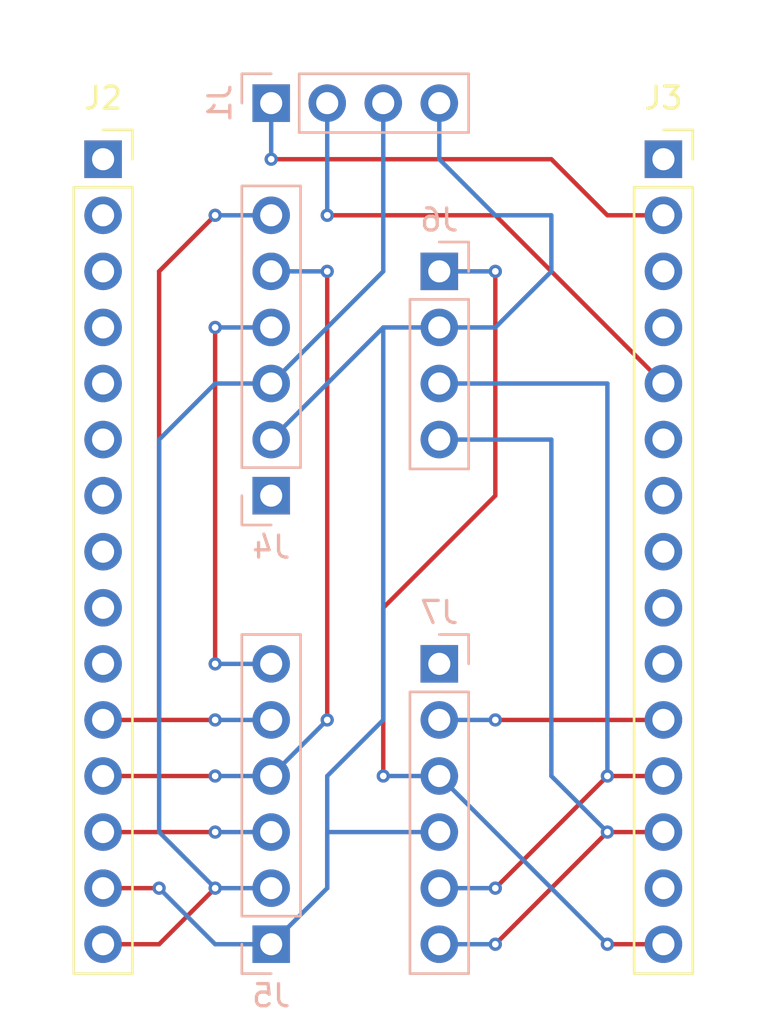
<source format=kicad_pcb>
(kicad_pcb (version 20240108) (generator "pcbnew") (generator_version "8.0")
  (layers (0 "F.Cu" signal) (31 "B.Cu" signal) (34 "B.Paste" user) (35 "F.Paste" user) (36 "B.SilkS" user "B.Silkscreen") (37 "F.SilkS" user "F.Silkscreen") (38 "B.Mask" user) (39 "F.Mask" user) (44 "Edge.Cuts" user))
  (net 0 "")
  (net 1 "/GPIO26{slash}A9")
  (net 2 "/GPIO12")
  (net 3 "/GPIO35{slash}A7")
  (net 4 "/GPIO13")
  (net 5 "/EN")
  (net 6 "/GPIO27")
  (net 7 "/GPIO39{slash}VN")
  (net 8 "GND")
  (net 9 "/GPIO36{slash}VP")
  (net 10 "/GPIO34{slash}A6")
  (net 11 "/GPIO25{slash}A8")
  (net 12 "/GPIO33{slash}A5")
  (net 13 "VCC")
  (net 14 "/GPIO32{slash}A4")
  (net 15 "/GPIO14")
  (net 16 "/GPIO23")
  (net 17 "/GPIO19")
  (net 18 "/GPIO17{slash}TX2")
  (net 19 "/GPIO18")
  (net 20 "/GPIO16{slash}RX2")
  (net 21 "/GPIO5")
  (net 22 "/GPIO1{slash}TX0")
  (net 23 "/GPIO21")
  (net 24 "+3.3V")
  (net 25 "/GPIO22")
  (net 26 "/GPIO3{slash}RX0")
  (net 27 "/BUTTON_CLOCK")
  (net 28 "/BUTTON_DATA_OUT")
  (net 31 "/LED_DATA_OUT")
  (net 32 "/BUTTON_LOAD")
  (footprint "Connector_PinSocket_2.54mm:PinSocket_1x15_P2.54mm_Vertical" (layer "F.Cu") (at 76.2 40.64)
    (property "Reference" "J3" (at 0 -2.77 0) (layer "F.SilkS"))
    (property "Value" "Conn_01x15")
    (fp_line (start -1.33 1.27) (end -1.33 36.89) (stroke (width 0.12)) (layer "F.SilkS"))
    (fp_line (start -1.33 1.27) (end 1.33 1.27) (stroke (width 0.12)) (layer "F.SilkS"))
    (fp_line (start -1.33 36.89) (end 1.33 36.89) (stroke (width 0.12)) (layer "F.SilkS"))
    (fp_line (start 0 -1.33) (end 1.33 -1.33) (stroke (width 0.12)) (layer "F.SilkS"))
    (fp_line (start 1.33 -1.33) (end 1.33 0) (stroke (width 0.12)) (layer "F.SilkS"))
    (fp_line (start 1.33 1.27) (end 1.33 36.89) (stroke (width 0.12)) (layer "F.SilkS"))
    (pad "1" thru_hole rect (at 0 0) (size 1.7 1.7) (drill 1) (layers "*.Cu" "*.Mask") (net 16 "/GPIO23"))
    (pad "2" thru_hole oval (at 0 2.54) (size 1.7 1.7) (drill 1) (layers "*.Cu" "*.Mask") (net 25 "/GPIO22"))
    (pad "3" thru_hole oval (at 0 5.08) (size 1.7 1.7) (drill 1) (layers "*.Cu" "*.Mask") (net 22 "/GPIO1{slash}TX0"))
    (pad "4" thru_hole oval (at 0 7.62) (size 1.7 1.7) (drill 1) (layers "*.Cu" "*.Mask") (net 26 "/GPIO3{slash}RX0"))
    (pad "5" thru_hole oval (at 0 10.16) (size 1.7 1.7) (drill 1) (layers "*.Cu" "*.Mask") (net 23 "/GPIO21"))
    (pad "6" thru_hole oval (at 0 12.7) (size 1.7 1.7) (drill 1) (layers "*.Cu" "*.Mask") (net 17 "/GPIO19"))
    (pad "7" thru_hole oval (at 0 15.24) (size 1.7 1.7) (drill 1) (layers "*.Cu" "*.Mask") (net 19 "/GPIO18"))
    (pad "8" thru_hole oval (at 0 17.78) (size 1.7 1.7) (drill 1) (layers "*.Cu" "*.Mask") (net 21 "/GPIO5"))
    (pad "9" thru_hole oval (at 0 20.32) (size 1.7 1.7) (drill 1) (layers "*.Cu" "*.Mask") (net 18 "/GPIO17{slash}TX2"))
    (pad "10" thru_hole oval (at 0 22.86) (size 1.7 1.7) (drill 1) (layers "*.Cu" "*.Mask") (net 20 "/GPIO16{slash}RX2"))
    (pad "11" thru_hole oval (at 0 25.4) (size 1.7 1.7) (drill 1) (layers "*.Cu" "*.Mask") (net 28 "/BUTTON_DATA_OUT"))
    (pad "12" thru_hole oval (at 0 27.94) (size 1.7 1.7) (drill 1) (layers "*.Cu" "*.Mask") (net 27 "/BUTTON_CLOCK"))
    (pad "13" thru_hole oval (at 0 30.48) (size 1.7 1.7) (drill 1) (layers "*.Cu" "*.Mask") (net 32 "/BUTTON_LOAD"))
    (pad "14" thru_hole oval (at 0 33.02) (size 1.7 1.7) (drill 1) (layers "*.Cu" "*.Mask") (net 8 "GND"))
    (pad "15" thru_hole oval (at 0 35.56) (size 1.7 1.7) (drill 1) (layers "*.Cu" "*.Mask") (net 24 "+3.3V"))
  )
  (footprint "Connector_PinSocket_2.54mm:PinSocket_1x15_P2.54mm_Vertical" (layer "F.Cu") (at 50.8 40.64)
    (property "Reference" "J2" (at 0 -2.77 0) (layer "F.SilkS"))
    (property "Value" "Conn_01x15")
    (fp_line (start -1.33 1.27) (end -1.33 36.89) (stroke (width 0.12)) (layer "F.SilkS"))
    (fp_line (start -1.33 1.27) (end 1.33 1.27) (stroke (width 0.12)) (layer "F.SilkS"))
    (fp_line (start -1.33 36.89) (end 1.33 36.89) (stroke (width 0.12)) (layer "F.SilkS"))
    (fp_line (start 0 -1.33) (end 1.33 -1.33) (stroke (width 0.12)) (layer "F.SilkS"))
    (fp_line (start 1.33 -1.33) (end 1.33 0) (stroke (width 0.12)) (layer "F.SilkS"))
    (fp_line (start 1.33 1.27) (end 1.33 36.89) (stroke (width 0.12)) (layer "F.SilkS"))
    (pad "1" thru_hole rect (at 0 0) (size 1.7 1.7) (drill 1) (layers "*.Cu" "*.Mask") (net 5 "/EN"))
    (pad "2" thru_hole oval (at 0 2.54) (size 1.7 1.7) (drill 1) (layers "*.Cu" "*.Mask") (net 9 "/GPIO36{slash}VP"))
    (pad "3" thru_hole oval (at 0 5.08) (size 1.7 1.7) (drill 1) (layers "*.Cu" "*.Mask") (net 7 "/GPIO39{slash}VN"))
    (pad "4" thru_hole oval (at 0 7.62) (size 1.7 1.7) (drill 1) (layers "*.Cu" "*.Mask") (net 10 "/GPIO34{slash}A6"))
    (pad "5" thru_hole oval (at 0 10.16) (size 1.7 1.7) (drill 1) (layers "*.Cu" "*.Mask") (net 3 "/GPIO35{slash}A7"))
    (pad "6" thru_hole oval (at 0 12.7) (size 1.7 1.7) (drill 1) (layers "*.Cu" "*.Mask") (net 14 "/GPIO32{slash}A4"))
    (pad "7" thru_hole oval (at 0 15.24) (size 1.7 1.7) (drill 1) (layers "*.Cu" "*.Mask") (net 12 "/GPIO33{slash}A5"))
    (pad "8" thru_hole oval (at 0 17.78) (size 1.7 1.7) (drill 1) (layers "*.Cu" "*.Mask") (net 11 "/GPIO25{slash}A8"))
    (pad "9" thru_hole oval (at 0 20.32) (size 1.7 1.7) (drill 1) (layers "*.Cu" "*.Mask") (net 1 "/GPIO26{slash}A9"))
    (pad "10" thru_hole oval (at 0 22.86) (size 1.7 1.7) (drill 1) (layers "*.Cu" "*.Mask") (net 6 "/GPIO27"))
    (pad "11" thru_hole oval (at 0 25.4) (size 1.7 1.7) (drill 1) (layers "*.Cu" "*.Mask") (net 15 "/GPIO14"))
    (pad "12" thru_hole oval (at 0 27.94) (size 1.7 1.7) (drill 1) (layers "*.Cu" "*.Mask") (net 2 "/GPIO12"))
    (pad "13" thru_hole oval (at 0 30.48) (size 1.7 1.7) (drill 1) (layers "*.Cu" "*.Mask") (net 4 "/GPIO13"))
    (pad "14" thru_hole oval (at 0 33.02) (size 1.7 1.7) (drill 1) (layers "*.Cu" "*.Mask") (net 8 "GND"))
    (pad "15" thru_hole oval (at 0 35.56) (size 1.7 1.7) (drill 1) (layers "*.Cu" "*.Mask") (net 13 "VCC"))
  )
  (footprint "Connector_PinHeader_2.54mm:PinHeader_1x06_P2.54mm_Vertical" (layer "B.Cu") (at 66.04 63.5 180)
    (property "Reference" "J7" (at 0 2.33 0) (layer "B.SilkS") (effects (justify mirror)))
    (property "Value" "Conn_01x06")
    (fp_line (start 1.33 -1.27) (end -1.33 -1.27) (stroke (width 0.12)) (layer "B.SilkS"))
    (fp_line (start 1.33 -14.03) (end 1.33 -1.27) (stroke (width 0.12)) (layer "B.SilkS"))
    (fp_line (start 1.33 -14.03) (end -1.33 -14.03) (stroke (width 0.12)) (layer "B.SilkS"))
    (fp_line (start 0 1.33) (end -1.33 1.33) (stroke (width 0.12)) (layer "B.SilkS"))
    (fp_line (start -1.33 1.33) (end -1.33 0) (stroke (width 0.12)) (layer "B.SilkS"))
    (fp_line (start -1.33 -14.03) (end -1.33 -1.27) (stroke (width 0.12)) (layer "B.SilkS"))
    (pad "1" thru_hole rect (at 0 0 180) (size 1.7 1.7) (drill 1) (layers "*.Cu" "*.Mask"))
    (pad "2" thru_hole oval (at 0 -2.54 180) (size 1.7 1.7) (drill 1) (layers "*.Cu" "*.Mask") (net 28 "/BUTTON_DATA_OUT"))
    (pad "3" thru_hole oval (at 0 -5.08 180) (size 1.7 1.7) (drill 1) (layers "*.Cu" "*.Mask") (net 24 "+3.3V"))
    (pad "4" thru_hole oval (at 0 -7.62 180) (size 1.7 1.7) (drill 1) (layers "*.Cu" "*.Mask") (net 8 "GND"))
    (pad "5" thru_hole oval (at 0 -10.16 180) (size 1.7 1.7) (drill 1) (layers "*.Cu" "*.Mask") (net 27 "/BUTTON_CLOCK"))
    (pad "6" thru_hole oval (at 0 -12.7 180) (size 1.7 1.7) (drill 1) (layers "*.Cu" "*.Mask") (net 32 "/BUTTON_LOAD"))
  )
  (footprint "Connector_PinHeader_2.54mm:PinHeader_1x04_P2.54mm_Vertical" (layer "B.Cu") (at 66.04 45.72 180)
    (property "Reference" "J6" (at 0 2.33 0) (layer "B.SilkS") (effects (justify mirror)))
    (property "Value" "Conn_01x04")
    (fp_line (start 1.33 -1.27) (end -1.33 -1.27) (stroke (width 0.12)) (layer "B.SilkS"))
    (fp_line (start 1.33 -8.95) (end 1.33 -1.27) (stroke (width 0.12)) (layer "B.SilkS"))
    (fp_line (start 1.33 -8.95) (end -1.33 -8.95) (stroke (width 0.12)) (layer "B.SilkS"))
    (fp_line (start 0 1.33) (end -1.33 1.33) (stroke (width 0.12)) (layer "B.SilkS"))
    (fp_line (start -1.33 1.33) (end -1.33 0) (stroke (width 0.12)) (layer "B.SilkS"))
    (fp_line (start -1.33 -8.95) (end -1.33 -1.27) (stroke (width 0.12)) (layer "B.SilkS"))
    (pad "1" thru_hole rect (at 0 0 180) (size 1.7 1.7) (drill 1) (layers "*.Cu" "*.Mask") (net 24 "+3.3V"))
    (pad "2" thru_hole oval (at 0 -2.54 180) (size 1.7 1.7) (drill 1) (layers "*.Cu" "*.Mask") (net 8 "GND"))
    (pad "3" thru_hole oval (at 0 -5.08 180) (size 1.7 1.7) (drill 1) (layers "*.Cu" "*.Mask") (net 27 "/BUTTON_CLOCK"))
    (pad "4" thru_hole oval (at 0 -7.62 180) (size 1.7 1.7) (drill 1) (layers "*.Cu" "*.Mask") (net 32 "/BUTTON_LOAD"))
  )
  (footprint "Connector_PinHeader_2.54mm:PinHeader_1x04_P2.54mm_Vertical" (layer "B.Cu") (at 58.42 38.1 -90)
    (property "Reference" "J1" (at 0 2.33 90) (layer "B.SilkS") (effects (justify mirror)))
    (property "Value" "Conn_01x04")
    (fp_line (start -1.33 1.33) (end -1.33 0) (stroke (width 0.12)) (layer "B.SilkS"))
    (fp_line (start 0 1.33) (end -1.33 1.33) (stroke (width 0.12)) (layer "B.SilkS"))
    (fp_line (start 1.33 -1.27) (end -1.33 -1.27) (stroke (width 0.12)) (layer "B.SilkS"))
    (fp_line (start -1.33 -8.95) (end -1.33 -1.27) (stroke (width 0.12)) (layer "B.SilkS"))
    (fp_line (start 1.33 -8.95) (end 1.33 -1.27) (stroke (width 0.12)) (layer "B.SilkS"))
    (fp_line (start 1.33 -8.95) (end -1.33 -8.95) (stroke (width 0.12)) (layer "B.SilkS"))
    (pad "1" thru_hole rect (at 0 0 270) (size 1.7 1.7) (drill 1) (layers "*.Cu" "*.Mask") (net 25 "/GPIO22"))
    (pad "2" thru_hole oval (at 0 -2.54 270) (size 1.7 1.7) (drill 1) (layers "*.Cu" "*.Mask") (net 23 "/GPIO21"))
    (pad "3" thru_hole oval (at 0 -5.08 270) (size 1.7 1.7) (drill 1) (layers "*.Cu" "*.Mask") (net 13 "VCC"))
    (pad "4" thru_hole oval (at 0 -7.62 270) (size 1.7 1.7) (drill 1) (layers "*.Cu" "*.Mask") (net 8 "GND"))
  )
  (footprint "Connector_PinHeader_2.54mm:PinHeader_1x06_P2.54mm_Vertical" (layer "B.Cu") (at 58.42 76.2)
    (property "Reference" "J5" (at 0 2.33 180) (layer "B.SilkS") (effects (justify mirror)))
    (property "Value" "Conn_01x06")
    (fp_line (start -1.33 -14.03) (end -1.33 -1.27) (stroke (width 0.12)) (layer "B.SilkS"))
    (fp_line (start -1.33 1.33) (end -1.33 0) (stroke (width 0.12)) (layer "B.SilkS"))
    (fp_line (start 0 1.33) (end -1.33 1.33) (stroke (width 0.12)) (layer "B.SilkS"))
    (fp_line (start 1.33 -14.03) (end -1.33 -14.03) (stroke (width 0.12)) (layer "B.SilkS"))
    (fp_line (start 1.33 -14.03) (end 1.33 -1.27) (stroke (width 0.12)) (layer "B.SilkS"))
    (fp_line (start 1.33 -1.27) (end -1.33 -1.27) (stroke (width 0.12)) (layer "B.SilkS"))
    (pad "1" thru_hole rect (at 0 0) (size 1.7 1.7) (drill 1) (layers "*.Cu" "*.Mask") (net 8 "GND"))
    (pad "2" thru_hole oval (at 0 -2.54) (size 1.7 1.7) (drill 1) (layers "*.Cu" "*.Mask") (net 13 "VCC"))
    (pad "3" thru_hole oval (at 0 -5.08) (size 1.7 1.7) (drill 1) (layers "*.Cu" "*.Mask") (net 4 "/GPIO13"))
    (pad "4" thru_hole oval (at 0 -7.62) (size 1.7 1.7) (drill 1) (layers "*.Cu" "*.Mask") (net 2 "/GPIO12"))
    (pad "5" thru_hole oval (at 0 -10.16) (size 1.7 1.7) (drill 1) (layers "*.Cu" "*.Mask") (net 15 "/GPIO14"))
    (pad "6" thru_hole oval (at 0 -12.7) (size 1.7 1.7) (drill 1) (layers "*.Cu" "*.Mask") (net 31 "/LED_DATA_OUT"))
  )
  (footprint "Connector_PinHeader_2.54mm:PinHeader_1x06_P2.54mm_Vertical" (layer "B.Cu") (at 58.42 55.88)
    (property "Reference" "J4" (at 0 2.33 180) (layer "B.SilkS") (effects (justify mirror)))
    (property "Value" "Conn_01x06")
    (fp_line (start -1.33 -14.03) (end -1.33 -1.27) (stroke (width 0.12)) (layer "B.SilkS"))
    (fp_line (start -1.33 1.33) (end -1.33 0) (stroke (width 0.12)) (layer "B.SilkS"))
    (fp_line (start 0 1.33) (end -1.33 1.33) (stroke (width 0.12)) (layer "B.SilkS"))
    (fp_line (start 1.33 -14.03) (end -1.33 -14.03) (stroke (width 0.12)) (layer "B.SilkS"))
    (fp_line (start 1.33 -14.03) (end 1.33 -1.27) (stroke (width 0.12)) (layer "B.SilkS"))
    (fp_line (start 1.33 -1.27) (end -1.33 -1.27) (stroke (width 0.12)) (layer "B.SilkS"))
    (pad "1" thru_hole rect (at 0 0) (size 1.7 1.7) (drill 1) (layers "*.Cu" "*.Mask"))
    (pad "2" thru_hole oval (at 0 -2.54) (size 1.7 1.7) (drill 1) (layers "*.Cu" "*.Mask") (net 8 "GND"))
    (pad "3" thru_hole oval (at 0 -5.08) (size 1.7 1.7) (drill 1) (layers "*.Cu" "*.Mask") (net 13 "VCC"))
    (pad "4" thru_hole oval (at 0 -7.62) (size 1.7 1.7) (drill 1) (layers "*.Cu" "*.Mask") (net 31 "/LED_DATA_OUT"))
    (pad "5" thru_hole oval (at 0 -10.16) (size 1.7 1.7) (drill 1) (layers "*.Cu" "*.Mask") (net 2 "/GPIO12"))
    (pad "6" thru_hole oval (at 0 -12.7) (size 1.7 1.7) (drill 1) (layers "*.Cu" "*.Mask") (net 15 "/GPIO14"))
  )
  (segment (start 60.96 45.72) (end 60.96 66.04) (width 0.2) (layer "F.Cu") (net 2))
  (segment (start 50.8 68.58) (end 55.88 68.58) (width 0.2) (layer "F.Cu") (net 2))
  (via (at 60.96 66.04) (size 0.6) (drill 0.3) (layers "F.Cu" "B.Cu") (net 2))
  (via (at 55.88 68.58) (size 0.6) (drill 0.3) (layers "F.Cu" "B.Cu") (net 2))
  (via (at 60.96 45.72) (size 0.6) (drill 0.3) (layers "F.Cu" "B.Cu") (net 2))
  (segment (start 55.88 68.58) (end 58.42 68.58) (width 0.2) (layer "B.Cu") (net 2))
  (segment (start 60.96 66.04) (end 58.42 68.58) (width 0.2) (layer "B.Cu") (net 2))
  (segment (start 58.42 45.72) (end 60.96 45.72) (width 0.2) (layer "B.Cu") (net 2))
  (segment (start 50.8 71.12) (end 55.88 71.12) (width 0.2) (layer "F.Cu") (net 4))
  (via (at 55.88 71.12) (size 0.6) (drill 0.3) (layers "F.Cu" "B.Cu") (net 4))
  (segment (start 55.88 71.12) (end 58.42 71.12) (width 0.2) (layer "B.Cu") (net 4))
  (segment (start 53.34 73.66) (end 50.8 73.66) (width 0.2) (layer "F.Cu") (net 8))
  (via (at 53.34 73.66) (size 0.6) (drill 0.3) (layers "F.Cu" "B.Cu") (net 8))
  (segment (start 53.34 73.66) (end 55.88 76.2) (width 0.2) (layer "B.Cu") (net 8))
  (segment (start 63.5 48.26) (end 66.04 48.26) (width 0.2) (layer "B.Cu") (net 8))
  (segment (start 66.04 48.26) (end 68.58 48.26) (width 0.2) (layer "B.Cu") (net 8))
  (segment (start 58.42 53.34) (end 63.5 48.26) (width 0.2) (layer "B.Cu") (net 8))
  (segment (start 55.88 76.2) (end 58.42 76.2) (width 0.2) (layer "B.Cu") (net 8))
  (segment (start 63.5 48.26) (end 63.5 66.04) (width 0.2) (layer "B.Cu") (net 8))
  (segment (start 68.58 43.18) (end 66.04 40.64) (width 0.2) (layer "B.Cu") (net 8))
  (segment (start 63.5 66.04) (end 60.96 68.58) (width 0.2) (layer "B.Cu") (net 8))
  (segment (start 60.96 71.12) (end 66.04 71.12) (width 0.2) (layer "B.Cu") (net 8))
  (segment (start 68.58 48.26) (end 71.12 45.72) (width 0.2) (layer "B.Cu") (net 8))
  (segment (start 60.96 73.66) (end 60.96 71.12) (width 0.2) (layer "B.Cu") (net 8))
  (segment (start 60.96 68.58) (end 60.96 73.66) (width 0.2) (layer "B.Cu") (net 8))
  (segment (start 66.04 40.64) (end 66.04 38.1) (width 0.2) (layer "B.Cu") (net 8))
  (segment (start 71.12 43.18) (end 68.58 43.18) (width 0.2) (layer "B.Cu") (net 8))
  (segment (start 71.12 45.72) (end 71.12 43.18) (width 0.2) (layer "B.Cu") (net 8))
  (segment (start 58.42 76.2) (end 60.96 73.66) (width 0.2) (layer "B.Cu") (net 8))
  (segment (start 53.34 76.2) (end 50.8 76.2) (width 0.2) (layer "F.Cu") (net 13))
  (segment (start 55.88 73.66) (end 53.34 76.2) (width 0.2) (layer "F.Cu") (net 13))
  (via (at 55.88 73.66) (size 0.6) (drill 0.3) (layers "F.Cu" "B.Cu") (net 13))
  (segment (start 63.5 45.72) (end 63.5 38.1) (width 0.2) (layer "B.Cu") (net 13))
  (segment (start 53.34 71.12) (end 53.34 53.34) (width 0.2) (layer "B.Cu") (net 13))
  (segment (start 58.42 50.8) (end 63.5 45.72) (width 0.2) (layer "B.Cu") (net 13))
  (segment (start 53.34 53.34) (end 55.88 50.8) (width 0.2) (layer "B.Cu") (net 13))
  (segment (start 55.88 73.66) (end 53.34 71.12) (width 0.2) (layer "B.Cu") (net 13))
  (segment (start 55.88 73.66) (end 58.42 73.66) (width 0.2) (layer "B.Cu") (net 13))
  (segment (start 55.88 50.8) (end 58.42 50.8) (width 0.2) (layer "B.Cu") (net 13))
  (segment (start 53.34 45.72) (end 53.34 66.04) (width 0.2) (layer "F.Cu") (net 15))
  (segment (start 55.88 43.18) (end 53.34 45.72) (width 0.2) (layer "F.Cu") (net 15))
  (segment (start 53.34 66.04) (end 55.88 66.04) (width 0.2) (layer "F.Cu") (net 15))
  (segment (start 50.8 66.04) (end 53.34 66.04) (width 0.2) (layer "F.Cu") (net 15))
  (via (at 55.88 43.18) (size 0.6) (drill 0.3) (layers "F.Cu" "B.Cu") (net 15))
  (via (at 55.88 66.04) (size 0.6) (drill 0.3) (layers "F.Cu" "B.Cu") (net 15))
  (segment (start 58.42 43.18) (end 55.88 43.18) (width 0.2) (layer "B.Cu") (net 15))
  (segment (start 55.88 66.04) (end 58.42 66.04) (width 0.2) (layer "B.Cu") (net 15))
  (segment (start 60.96 43.18) (end 68.58 43.18) (width 0.2) (layer "F.Cu") (net 23))
  (segment (start 68.58 43.18) (end 76.2 50.8) (width 0.2) (layer "F.Cu") (net 23))
  (via (at 60.96 43.18) (size 0.6) (drill 0.3) (layers "F.Cu" "B.Cu") (net 23))
  (segment (start 60.96 43.18) (end 60.96 38.1) (width 0.2) (layer "B.Cu") (net 23))
  (segment (start 63.5 68.58) (end 63.5 60.96) (width 0.2) (layer "F.Cu") (net 24))
  (segment (start 68.58 55.88) (end 68.58 45.72) (width 0.2) (layer "F.Cu") (net 24))
  (segment (start 76.2 76.2) (end 73.66 76.2) (width 0.2) (layer "F.Cu") (net 24))
  (segment (start 63.5 60.96) (end 68.58 55.88) (width 0.2) (layer "F.Cu") (net 24))
  (via (at 63.5 68.58) (size 0.6) (drill 0.3) (layers "F.Cu" "B.Cu") (net 24))
  (via (at 73.66 76.2) (size 0.6) (drill 0.3) (layers "F.Cu" "B.Cu") (net 24))
  (via (at 68.58 45.72) (size 0.6) (drill 0.3) (layers "F.Cu" "B.Cu") (net 24))
  (segment (start 66.04 68.58) (end 63.5 68.58) (width 0.2) (layer "B.Cu") (net 24))
  (segment (start 68.58 45.72) (end 66.04 45.72) (width 0.2) (layer "B.Cu") (net 24))
  (segment (start 73.66 76.2) (end 66.04 68.58) (width 0.2) (layer "B.Cu") (net 24))
  (segment (start 73.66 43.18) (end 76.2 43.18) (width 0.2) (layer "F.Cu") (net 25))
  (segment (start 71.12 40.64) (end 73.66 43.18) (width 0.2) (layer "F.Cu") (net 25))
  (segment (start 58.42 40.64) (end 71.12 40.64) (width 0.2) (layer "F.Cu") (net 25))
  (via (at 58.42 40.64) (size 0.6) (drill 0.3) (layers "F.Cu" "B.Cu") (net 25))
  (segment (start 58.42 40.64) (end 58.42 38.1) (width 0.2) (layer "B.Cu") (net 25))
  (segment (start 73.66 68.58) (end 68.58 73.66) (width 0.2) (layer "F.Cu") (net 27))
  (segment (start 76.2 68.58) (end 73.66 68.58) (width 0.2) (layer "F.Cu") (net 27))
  (via (at 68.58 73.66) (size 0.6) (drill 0.3) (layers "F.Cu" "B.Cu") (net 27))
  (via (at 73.66 68.58) (size 0.6) (drill 0.3) (layers "F.Cu" "B.Cu") (net 27))
  (segment (start 66.04 50.8) (end 73.66 50.8) (width 0.2) (layer "B.Cu") (net 27))
  (segment (start 73.66 50.8) (end 73.66 68.58) (width 0.2) (layer "B.Cu") (net 27))
  (segment (start 68.58 73.66) (end 66.04 73.66) (width 0.2) (layer "B.Cu") (net 27))
  (segment (start 76.2 66.04) (end 68.58 66.04) (width 0.2) (layer "F.Cu") (net 28))
  (via (at 68.58 66.04) (size 0.6) (drill 0.3) (layers "F.Cu" "B.Cu") (net 28))
  (segment (start 68.58 66.04) (end 66.04 66.04) (width 0.2) (layer "B.Cu") (net 28))
  (segment (start 55.88 63.5) (end 55.88 48.26) (width 0.2) (layer "F.Cu") (net 31))
  (via (at 55.88 48.26) (size 0.6) (drill 0.3) (layers "F.Cu" "B.Cu") (net 31))
  (via (at 55.88 63.5) (size 0.6) (drill 0.3) (layers "F.Cu" "B.Cu") (net 31))
  (segment (start 55.88 48.26) (end 58.42 48.26) (width 0.2) (layer "B.Cu") (net 31))
  (segment (start 58.42 63.5) (end 55.88 63.5) (width 0.2) (layer "B.Cu") (net 31))
  (segment (start 76.2 71.12) (end 73.66 71.12) (width 0.2) (layer "F.Cu") (net 32))
  (segment (start 73.66 71.12) (end 68.58 76.2) (width 0.2) (layer "F.Cu") (net 32))
  (via (at 68.58 76.2) (size 0.6) (drill 0.3) (layers "F.Cu" "B.Cu") (net 32))
  (via (at 73.66 71.12) (size 0.6) (drill 0.3) (layers "F.Cu" "B.Cu") (net 32))
  (segment (start 66.04 53.34) (end 71.12 53.34) (width 0.2) (layer "B.Cu") (net 32))
  (segment (start 71.12 53.34) (end 71.12 68.58) (width 0.2) (layer "B.Cu") (net 32))
  (segment (start 71.12 68.58) (end 73.66 71.12) (width 0.2) (layer "B.Cu") (net 32))
  (segment (start 68.58 76.2) (end 66.04 76.2) (width 0.2) (layer "B.Cu") (net 32))
)
</source>
